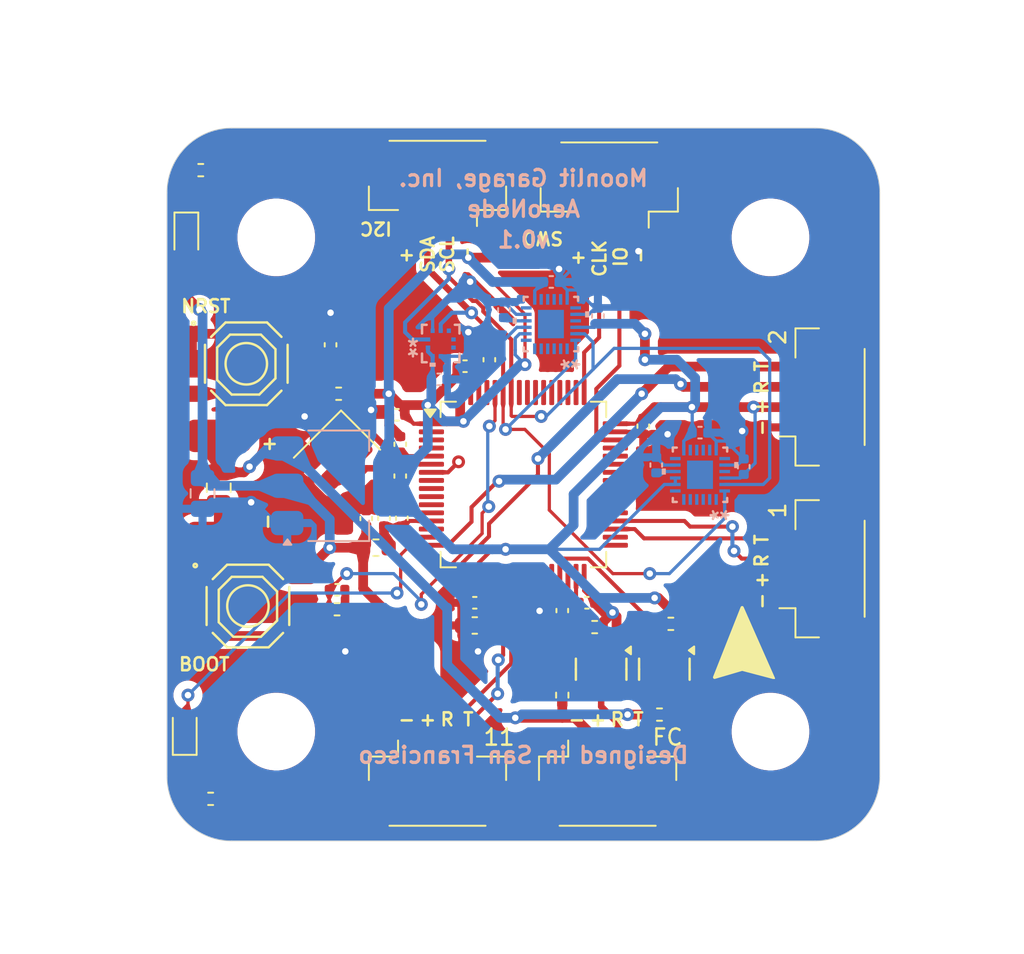
<source format=kicad_pcb>
(kicad_pcb (version 20241229) (generator "pcbnew") (generator_version "9.0")
  (layers (0 "F.Cu" signal) (4 "In1.Cu" signal) (6 "In2.Cu" signal) (2 "B.Cu" power) (13 "F.Paste" user) (15 "B.Paste" user) (5 "F.SilkS" user "F.Silkscreen") (7 "B.SilkS" user "B.Silkscreen") (1 "F.Mask" user) (3 "B.Mask" user) (25 "Edge.Cuts" user))
  (net 0 "")
  (net 1 "GND")
  (net 2 "/PWR_LED_K")
  (net 4 "+3V3")
  (net 7 "USART11_RX")
  (net 8 "USART1_RX")
  (net 9 "I2C1_SCL")
  (net 10 "NRST")
  (net 11 "BOOT0")
  (net 12 "USART2_TX")
  (net 13 "I2C1_SDA")
  (net 14 "USART1_TX")
  (net 15 "SWDIO")
  (net 16 "SWCLK")
  (net 17 "USART11_TX")
  (net 18 "USART2_RX")
  (net 19 "+5V")
  (net 20 "Net-(D2-K)")
  (net 21 "LED")
  (net 31 "+3.3VA")
  (net 32 "Net-(U2-PH0)")
  (net 33 "Net-(U2-PH1)")
  (net 34 "Net-(C8-Pad1)")
  (net 35 "Net-(C10-Pad1)")
  (net 78 "Net-(U5-REGOUT)")
  (net 88 "Net-(U4-REGOUT)")
  (net 89 "FC_TX_5")
  (net 90 "FC_RX_5")
  (net 91 "FC_RX")
  (net 92 "FC_TX")
  (footprint "Connector_Wire:SolderWirePad_1x01_SMD_2x4mm" (layer "F.Cu") (at 85.6 93.2 -90)
    (property "Reference" "J7")
    (property "Value" "Conn_01x01")
  )
  (footprint "PCM_JLCPCB:SW-SMD_4P-L5.1-W5.1-P3.70-LS6.5-TL-2" (layer "F.Cu") (at 87.3 88.75)
    (property "Reference" "S1" (hide yes))
    (property "Value" "Tactile Button, 160gf")
  )
  (footprint "Capacitor_SMD:C_0402_1005Metric" (layer "F.Cu") (at 92.5 87.58 90)
    (property "Reference" "C3")
    (property "Value" "100n")
  )
  (footprint "Resistor_SMD:R_0402_1005Metric" (layer "F.Cu") (at 92.9 103.9 180)
    (property "Reference" "R3")
    (property "Value" "10k")
  )
  (footprint "Capacitor_SMD:C_0402_1005Metric" (layer "F.Cu") (at 106.8 103.98 -90)
    (property "Reference" "C8")
    (property "Value" "2u2")
  )
  (footprint "PCM_JLCPCB:Q_SOT-23" (layer "F.Cu") (at 109.2 107.6 -90)
    (property "Reference" "Q1" (hide yes))
    (property "Value" "BSS138")
  )
  (footprint "Resistor_SMD:R_0402_1005Metric" (layer "F.Cu") (at 113.5 104.8 180)
    (property "Reference" "R8")
    (property "Value" "10k")
  )
  (footprint "Connector_JST:JST_GH_SM04B-GHS-TB_1x04-1MP_P1.25mm_Horizontal" (layer "F.Cu") (at 99.1 77.55 180)
    (property "Reference" "J6")
    (property "Value" "I2C1")
  )
  (footprint "Resistor_SMD:R_0402_1005Metric" (layer "F.Cu") (at 108.8 105 180)
    (property "Reference" "R6")
    (property "Value" "10k")
  )
  (footprint "MountingHole:MountingHole_4.3mm_M4" (layer "F.Cu") (at 89.15 111.45)
    (property "Reference" "H4")
    (property "Value" "M4")
  )
  (footprint "Capacitor_SMD:C_0402_1005Metric" (layer "F.Cu") (at 100.8 88.9)
    (property "Reference" "C12")
    (property "Value" "100n")
  )
  (footprint "MountingHole:MountingHole_4.3mm_M4" (layer "F.Cu") (at 119.65 80.95)
    (property "Reference" "H2")
    (property "Value" "M4")
  )
  (footprint "MountingHole:MountingHole_4.3mm_M4" (layer "F.Cu") (at 89.15 80.95)
    (property "Reference" "H1")
    (property "Value" "M4")
  )
  (footprint "Connector_JST:JST_GH_SM04B-GHS-TB_1x04-1MP_P1.25mm_Horizontal" (layer "F.Cu") (at 122.9 101.4 90)
    (property "Reference" "J2")
    (property "Value" "UART1")
  )
  (footprint "Inductor_SMD:L_0603_1608Metric" (layer "F.Cu") (at 95.3 100.1 180)
    (property "Reference" "FB1")
    (property "Value" "120R")
  )
  (footprint "Crystal:Crystal_SMD_3225-4Pin_3.2x2.5mm" (layer "F.Cu") (at 92.9 94.3 -135)
    (property "Reference" "Y1")
    (property "Value" "25MHz")
  )
  (footprint "MountingHole:MountingHole_4.3mm_M4" (layer "F.Cu") (at 119.65 111.45)
    (property "Reference" "H3")
    (property "Value" "M4")
  )
  (footprint "Resistor_SMD:R_0402_1005Metric" (layer "F.Cu") (at 93 90.6 180)
    (property "Reference" "R4")
    (property "Value" "10k")
  )
  (footprint "Resistor_SMD:R_0402_1005Metric" (layer "F.Cu") (at 85.1 115.6 180)
    (property "Reference" "R1")
    (property "Value" "1k5")
  )
  (footprint "Connector_JST:JST_GH_SM04B-GHS-TB_1x04-1MP_P1.25mm_Horizontal" (layer "F.Cu") (at 122.9 90.8 90)
    (property "Reference" "J4")
    (property "Value" "UART2")
  )
  (footprint "Resistor_SMD:R_0402_1005Metric" (layer "F.Cu") (at 106.8 109.2 90)
    (property "Reference" "R7")
    (property "Value" "10k")
  )
  (footprint "PCM_JLCPCB:Q_SOT-23" (layer "F.Cu") (at 113.1 107.6 -90)
    (property "Reference" "Q2" (hide yes))
    (property "Value" "BSS138")
  )
  (footprint "Capacitor_SMD:C_0402_1005Metric" (layer "F.Cu") (at 96.9 98.28 -90)
    (property "Reference" "C15")
    (property "Value" "1u")
  )
  (footprint "Capacitor_SMD:C_0402_1005Metric" (layer "F.Cu") (at 96.8 93.72 90)
    (property "Reference" "C5")
    (property "Value" "10p")
  )
  (footprint "Connector_JST:JST_GH_SM04B-GHS-TB_1x04-1MP_P1.25mm_Horizontal" (layer "F.Cu") (at 109.7 77.65 180)
    (property "Reference" "J5")
    (property "Value" "SWD")
  )
  (footprint "Capacitor_SMD:C_0402_1005Metric" (layer "F.Cu") (at 111.8 92.6 -90)
    (property "Reference" "C9")
    (property "Value" "100n")
  )
  (footprint "Capacitor_SMD:C_0603_1608Metric" (layer "F.Cu") (at 101.4 104.9 180)
    (property "Reference" "C7")
    (property "Value" "4u7")
  )
  (footprint "LED_SMD:LED_0603_1608Metric" (layer "F.Cu") (at 83.6 80.9 -90)
    (property "Reference" "D1")
    (property "Value" "RED")
  )
  (footprint "Capacitor_SMD:C_0402_1005Metric" (layer "F.Cu") (at 102.3 88.5 90)
    (property "Reference" "C10")
    (property "Value" "2u2")
  )
  (footprint "PCM_JLCPCB:SW-SMD_4P-L5.1-W5.1-P3.70-LS6.5-TL-2" (layer "F.Cu") (at 87.4 103.7)
    (property "Reference" "S2" (hide yes))
    (property "Value" "Tactile Button, 160gf")
  )
  (footprint "Resistor_SMD:R_0402_1005Metric" (layer "F.Cu") (at 112.8 110.4)
    (property "Reference" "R9")
    (property "Value" "10k")
  )
  (footprint "Resistor_SMD:R_0402_1005Metric" (layer "F.Cu") (at 84.49 76.8)
    (property "Reference" "R2")
    (property "Value" "1k5")
  )
  (footprint "Capacitor_SMD:C_0402_1005Metric" (layer "F.Cu") (at 96.6 91.9)
    (property "Reference" "C13")
    (property "Value" "100n")
  )
  (footprint "Package_QFP:LQFP-64_10x10mm_P0.5mm" (layer "F.Cu") (at 104.4 96.2)
    (property "Reference" "U2")
    (property "Value" "STM32H573RITx")
  )
  (footprint "Capacitor_SMD:C_0402_1005Metric" (layer "F.Cu") (at 92.9 102.7)
    (property "Reference" "C2")
    (property "Value" "100n")
  )
  (footprint "Capacitor_SMD:C_0402_1005Metric" (layer "F.Cu") (at 95.8 98.28 -90)
    (property "Reference" "C16")
    (property "Value" "100n")
  )
  (footprint "Capacitor_SMD:C_0805_2012Metric" (layer "F.Cu") (at 85.6 96.4 -90)
    (property "Reference" "C1")
    (property "Value" "22u")
  )
  (footprint "Connector_JST:JST_GH_SM04B-GHS-TB_1x04-1MP_P1.25mm_Horizontal" (layer "F.Cu") (at 109.6 114.7)
    (property "Reference" "J1")
    (property "Value" "FC")
  )
  (footprint "Connector_Wire:SolderWirePad_1x01_SMD_2x4mm" (layer "F.Cu") (at 85.6 99.5 -90)
    (property "Reference" "J8")
    (property "Value" "Conn_01x01")
  )
  (footprint "LED_SMD:LED_0603_1608Metric" (layer "F.Cu") (at 83.5 111.4 90)
    (property "Reference" "D2")
    (property "Value" "RED")
  )
  (footprint "Capacitor_SMD:C_0402_1005Metric" (layer "F.Cu") (at 96.8 95.68 -90)
    (property "Reference" "C6")
    (property "Value" "10p")
  )
  (footprint "Capacitor_SMD:C_0402_1005Metric" (layer "F.Cu") (at 94.7 98.3 -90)
    (property "Reference" "C17")
    (property "Value" "1u")
  )
  (footprint "Connector_JST:JST_GH_SM04B-GHS-TB_1x04-1MP_P1.25mm_Horizontal" (layer "F.Cu") (at 99.1 114.7)
    (property "Reference" "J3")
    (property "Value" "UART11")
  )
  (footprint "Capacitor_SMD:C_0402_1005Metric" (layer "F.Cu") (at 101.4 103.5 180)
    (property "Reference" "C14")
    (property "Value" "100n")
  )
  (footprint "Capacitor_SMD:C_0402_1005Metric" (layer "F.Cu") (at 108.32 103.5 180)
    (property "Reference" "C11")
    (property "Value" "100n")
  )
  (footprint "ICM20649:QFN24_3X3X0P9_IVS" (layer "B.Cu") (at 106.1 86.3 90)
    (property "Reference" "U5")
    (property "Value" "ICM-20649")
  )
  (footprint "ICM20649:QFN24_3X3X0P9_IVS" (layer "B.Cu") (at 115.3 95.6 90)
    (property "Reference" "U4")
    (property "Value" "ICM-20649")
  )
  (footprint "Capacitor_SMD:C_0402_1005Metric" (layer "B.Cu") (at 112.6 95 90)
    (property "Reference" "C20")
    (property "Value" "100n")
  )
  (footprint "Capacitor_SMD:C_0402_1005Metric" (layer "B.Cu") (at 106.124 83.7)
    (property "Reference" "C18")
    (property "Value" "100n")
  )
  (footprint "BMP390:10LGA_2X2X0p75_BOS" (layer "B.Cu") (at 99.3 87.5)
    (property "Reference" "U3")
    (property "Value" "BMP390")
  )
  (footprint "Capacitor_SMD:C_0402_1005Metric" (layer "B.Cu") (at 115.3 93)
    (property "Reference" "C21")
    (property "Value" "100n")
  )
  (footprint "Package_TO_SOT_SMD:SOT-223-3_TabPin2" (layer "B.Cu") (at 92.971751 96.278858)
    (property "Reference" "U1")
    (property "Value" "AMS1117-3.3")
  )
  (footprint "Capacitor_SMD:C_0402_1005Metric" (layer "B.Cu") (at 99.199999 89.7126)
    (property "Reference" "C19")
    (property "Value" "10u")
  )
  (footprint "Capacitor_SMD:C_0402_1005Metric" (layer "B.Cu") (at 103.2 85.42 90)
    (property "Reference" "C22")
    (property "Value" "100n")
  )
  (footprint "Capacitor_SMD:C_0402_1005Metric" (layer "B.Cu") (at 118 95.1 90)
    (property "Reference" "C24")
    (property "Value" "100n")
  )
  (footprint "Capacitor_SMD:C_0805_2012Metric" (layer "B.Cu") (at 84.6 96.75 -90)
    (property "Reference" "C4")
    (property "Value" "22u")
  )
  (footprint "Capacitor_SMD:C_0402_1005Metric" (layer "B.Cu") (at 109 85.8 90)
    (property "Reference" "C23")
    (property "Value" "100n")
  )
  (gr_poly (pts (xy 117.9 103.8) (xy 116.2 108.1) (xy 117.9 107.6) (xy 119.8 108.1)) (stroke (width 0.2)) (fill yes) (layer "F.SilkS"))
  (gr_arc (start 82.4 78.2) (mid 83.571573 75.371573) (end 86.4 74.2) (stroke (width 0.05)) (layer "Edge.Cuts"))
  (gr_line (start 82.4 78.2) (end 82.4 114.2) (stroke (width 0.05)) (layer "Edge.Cuts"))
  (gr_arc (start 86.4 118.2) (mid 83.571573 117.028427) (end 82.4 114.2) (stroke (width 0.05)) (layer "Edge.Cuts"))
  (gr_arc (start 126.4 114.2) (mid 125.228427 117.028427) (end 122.4 118.2) (stroke (width 0.05)) (layer "Edge.Cuts"))
  (gr_line (start 86.4 118.2) (end 122.4 118.2) (stroke (width 0.05)) (layer "Edge.Cuts"))
  (gr_arc (start 122.4 74.2) (mid 125.228427 75.371573) (end 126.4 78.2) (stroke (width 0.05)) (layer "Edge.Cuts"))
  (gr_line (start 86.4 74.2) (end 122.4 74.2) (stroke (width 0.05)) (layer "Edge.Cuts"))
  (gr_line (start 126.4 78.2) (end 126.4 114.2) (stroke (width 0.05)) (layer "Edge.Cuts"))
  (gr_text "T" (at 119.1 99.6 90) (layer "F.SilkS") (effects (font (size 0.8 0.8) (thickness 0.16) (bold yes))))
  (gr_text "SCL" (at 99.7 82 90) (layer "F.SilkS") (effects (font (size 0.8 0.8) (thickness 0.16) (bold yes))))
  (gr_text "-" (at 119.1 92.7 90) (layer "F.SilkS") (effects (font (size 0.8 0.8) (thickness 0.16) (bold yes))))
  (gr_text "FC" (at 113.3 111.8 0) (layer "F.SilkS") (effects (font (size 1 1))))
  (gr_text "T" (at 119.1 88.9 90) (layer "F.SilkS") (effects (font (size 0.8 0.8) (thickness 0.16) (bold yes))))
  (gr_text "+" (at 98.5 110.7 0) (layer "F.SilkS") (effects (font (size 0.8 0.8) (thickness 0.16) (bold yes))))
  (gr_text "R" (at 99.7 110.7 0) (layer "F.SilkS") (effects (font (size 0.8 0.8) (thickness 0.16) (bold yes))))
  (gr_text "T" (at 101 110.7 0) (layer "F.SilkS") (effects (font (size 0.8 0.8) (thickness 0.16) (bold yes))))
  (gr_text "+" (at 109 110.7 0) (layer "F.SilkS") (effects (font (size 0.8 0.8) (thickness 0.16) (bold yes))))
  (gr_text "+" (at 107.8 82.15 0) (layer "F.SilkS") (effects (font (size 0.8 0.8) (thickness 0.16) (bold yes))))
  (gr_text "-" (at 97.2 110.7 0) (layer "F.SilkS") (effects (font (size 0.8 0.8) (thickness 0.16) (bold yes))))
  (gr_text "NRST" (at 84.8 85.2 0) (layer "F.SilkS") (effects (font (size 0.8 0.8) (thickness 0.16) (bold yes))))
  (gr_text "-" (at 119.1 103.4 90) (layer "F.SilkS") (effects (font (size 0.8 0.8) (thickness 0.16) (bold yes))))
  (gr_text "SDA" (at 98.5 82 90) (layer "F.SilkS") (effects (font (size 0.8 0.8) (thickness 0.16) (bold yes))))
  (gr_text "R" (at 119.1 100.9 90) (layer "F.SilkS") (effects (font (size 0.8 0.8) (thickness 0.16) (bold yes))))
  (gr_text "-" (at 111.6 82.05 90) (layer "F.SilkS") (effects (font (size 0.8 0.8) (thickness 0.16) (bold yes))))
  (gr_text "I2C" (at 95.3 80.4 180) (layer "F.SilkS") (effects (font (size 0.8 0.8) (thickness 0.16) (bold yes))))
  (gr_text "-" (at 107.7 110.7 0) (layer "F.SilkS") (effects (font (size 0.8 0.8) (thickness 0.16) (bold yes))))
  (gr_text "R" (at 119.1 90.2 90) (layer "F.SilkS") (effects (font (size 0.8 0.8) (thickness 0.16) (bold yes))))
  (gr_text "11" (at 102.9 111.8 0) (layer "F.SilkS") (effects (font (size 1 1))))
  (gr_text "T" (at 111.5 110.7 0) (layer "F.SilkS") (effects (font (size 0.8 0.8) (thickness 0.16) (bold yes))))
  (gr_text "SWD" (at 105.6 81 180) (layer "F.SilkS") (effects (font (size 0.8 0.8) (thickness 0.16) (bold yes))))
  (gr_text "+" (at 119.1 91.4 90) (layer "F.SilkS") (effects (font (size 0.8 0.8) (thickness 0.16) (bold yes))))
  (gr_text "-" (at 100.9 82 90) (layer "F.SilkS") (effects (font (size 0.8 0.8) (thickness 0.16) (bold yes))))
  (gr_text "-" (at 88.7 98.5 270) (layer "F.SilkS") (effects (font (size 0.8 0.8) (thickness 0.16) (bold yes))))
  (gr_text "2" (at 120.1 87.1 90) (layer "F.SilkS") (effects (font (size 1 1))))
  (gr_text "BOOT" (at 84.7 107.3 0) (layer "F.SilkS") (effects (font (size 0.8 0.8) (thickness 0.16) (bold yes))))
  (gr_text "+" (at 88.8 93.7 270) (layer "F.SilkS") (effects (font (size 0.8 0.8) (thickness 0.16) (bold yes))))
  (gr_text "CLK" (at 109.1 82.25 90) (layer "F.SilkS") (effects (font (size 0.8 0.8) (thickness 0.16) (bold yes))))
  (gr_text "R" (at 110.2 110.7 0) (layer "F.SilkS") (effects (font (size 0.8 0.8) (thickness 0.16) (bold yes))))
  (gr_text "+" (at 97.2 82 0) (layer "F.SilkS") (effects (font (size 0.8 0.8) (thickness 0.16) (bold yes))))
  (gr_text "+" (at 119.1 102.1 90) (layer "F.SilkS") (effects (font (size 0.8 0.8) (thickness 0.16) (bold yes))))
  (gr_text "1" (at 120.1 97.8 90) (layer "F.SilkS") (effects (font (size 1 1))))
  (gr_text "IO" (at 110.4 82.15 90) (layer "F.SilkS") (effects (font (size 0.8 0.8) (thickness 0.16) (bold yes))))
  (gr_text "Designed in San Francisco" (at 104.4 112.9 0) (layer "B.SilkS") (effects (font (size 1 1) (thickness 0.2) (bold yes)) (justify mirror)))
  (gr_text "AeroNode" (at 104.4 79.2 0) (layer "B.SilkS") (effects (font (size 1 1) (thickness 0.2) (bold yes)) (justify mirror)))
  (gr_text "v0.1" (at 104.4 81.1 0) (layer "B.SilkS") (effects (font (size 1 1) (thickness 0.2) (bold yes)) (justify mirror)))
  (gr_text "Moonlit Garage, Inc." (at 104.4 77.3 0) (layer "B.SilkS") (effects (font (size 1 1) (thickness 0.2) (bold yes)) (justify mirror)))
  (segment (start 101.15 89.03) (end 101.28 88.9) (width 0.25) (layer "F.Cu") (net 1))
  (segment (start 85.61 115.6) (end 88.536948 115.6) (width 0.2) (layer "F.Cu") (net 1))
  (segment (start 95 91.599559) (end 92.84131 91.599559) (width 0.6) (layer "F.Cu") (net 1))
  (segment (start 113.3 93.1) (end 111.82 93.1) (width 0.2) (layer "F.Cu") (net 1))
  (segment (start 93.41 103.9) (end 93.41 106.5) (width 0.4) (layer "F.Cu") (net 1))
  (segment (start 101.28 88.9) (end 102.16 88.02) (width 0.25) (layer "F.Cu") (net 1))
  (segment (start 96.12 92.56) (end 96.12 91.9) (width 0.6) (layer "F.Cu") (net 1))
  (segment (start 100.975 79.4) (end 100.975 78.550001) (width 0.6) (layer "F.Cu") (net 1))
  (segment (start 94.7 97.82) (end 95.78 97.82) (width 0.4) (layer "F.Cu") (net 1))
  (segment (start 91.286948 112.85) (end 97.225 112.85) (width 0.2) (layer "F.Cu") (net 1))
  (segment (start 96.12 91.9) (end 95.819559 91.599559) (width 0.6) (layer "F.Cu") (net 1))
  (segment (start 95.819559 91.599559) (end 95 91.599559) (width 0.6) (layer "F.Cu") (net 1))
  (segment (start 96.8 97.7) (end 96.9 97.8) (width 0.4) (layer "F.Cu") (net 1))
  (segment (start 106.88 104.46) (end 107.84 103.5) (width 0.25) (layer "F.Cu") (net 1))
  (segment (start 88.536948 115.6) (end 91.286948 112.85) (width 0.2) (layer "F.Cu") (net 1))
  (segment (start 93.38 102.7) (end 93.38 103.87) (width 0.4) (layer "F.Cu") (net 1))
  (segment (start 92.84131 91.599559) (end 91.521142 92.919727) (width 0.6) (layer "F.Cu") (net 1))
  (segment (start 85.6 97.35) (end 85.6 99.5) (width 0.6) (layer "F.Cu") (net 1))
  (segment (start 85 76.8) (end 91.4 76.8) (width 0.6) (layer "F.Cu") (net 1))
  (segment (start 96.80119 78.049) (end 94.725095 80.125095) (width 0.6) (layer "F.Cu") (net 1))
  (segment (start 95.66 97.3) (end 87.6 97.3) (width 0.6) (layer "F.Cu") (net 1))
  (segment (start 111.575 81.725) (end 111.5 81.8) (width 0.6) (layer "F.Cu") (net 1))
  (segment (start 121.899999 103.275) (end 122.401 102.773999) (width 0.6) (layer "F.Cu") (net 1))
  (segment (start 97.725001 114.2) (end 97.225 113.699999) (width 0.6) (layer "F.Cu") (net 1))
  (segment (start 100.625 104.9) (end 100.625 103.795) (width 0.6) (layer "F.Cu") (net 1))
  (segment (start 106.375 114.2) (end 97.725001 114.2) (width 0.6) (layer "F.Cu") (net 1))
  (segment (start 91.521142 94.476777) (end 90.423223 94.476777) (width 0.6) (layer "F.Cu") (net 1))
  (segment (start 105.86 104.46) (end 105.4 104) (width 0.25) (layer "F.Cu") (net 1))
  (segment (start 97.05 97.95) (end 96.9 97.8) (width 0.25) (layer "F.Cu") (net 1))
  (segment (start 96.8 93.24) (end 96.12 92.56) (width 0.6) (layer "F.Cu") (net 1))
  (segment (start 91.4 76.8) (end 94.725095 80.125095) (width 0.6) (layer "F.Cu") (net 1))
  (segment (start 87.6 97.3) (end 85.65 97.3) (width 0.6) (layer "F.Cu") (net 1))
  (segment (start 102.16 88.02) (end 102.3 88.02) (width 0.25) (layer "F.Cu") (net 1))
  (segment (start 122.401 102.773999) (end 122.401 99.10119) (width 0.6) (layer "F.Cu") (net 1))
  (segment (start 91.855194 94.142725) (end 91.521142 94.476777) (width 0.4) (layer "F.Cu") (net 1))
  (segment (start 92.5 82.35019) (end 92.5 85.6) (width 0.6) (layer "F.Cu") (net 1))
  (segment (start 94.278858 94.123223) (end 94.259356 94.142725) (width 0.4) (layer "F.Cu") (net 1))
  (segment (start 122.401 99.10119) (end 121.05 97.75019) (width 0.6) (layer "F.Cu") (net 1))
  (segment (start 121.05 103.275) (end 121.899999 103.275) (width 0.6) (layer "F.Cu") (net 1))
  (segment (start 91.521142 92.919727) (end 91.521142 94.476777) (width 0.6) (layer "F.Cu") (net 1))
  (segment (start 96.8 96.16) (end 95.66 97.3) (width 0.6) (layer "F.Cu") (net 1))
  (segment (start 101.15 90.525) (end 101.15 89.03) (width 0.25) (layer "F.Cu") (net 1))
  (segment (start 100.975 78.550001) (end 100.473999 78.049) (width 0.6) (layer "F.Cu") (net 1))
  (segment (start 95.8 97.8) (end 96.9 97.8) (width 0.4) (layer "F.Cu") (net 1))
  (segment (start 85.65 97.3) (end 85.6 97.35) (width 0.6) (layer "F.Cu") (net 1))
  (segment (start 110.075 92.95) (end 111.67 92.95) (width 0.25) (layer "F.Cu") (net 1))
  (segment (start 111.575 79.5) (end 111.575 81.725) (width 0.6) (layer "F.Cu") (net 1))
  (segment (start 84 86.9) (end 90.6 86.9) (width 0.6) (layer "F.Cu") (net 1))
  (segment (start 97.225 113.699999) (end 97.225 112.85) (width 0.6) (layer "F.Cu") (net 1))
  (segment (start 107.84 103.5) (end 107.65 103.31) (width 0.25) (layer "F.Cu") (net 1))
  (segment (start 117.9 92.9) (end 118.125 92.675) (width 0.2) (layer "F.Cu") (net 1))
  (segment (start 100.473999 78.049) (end 96.80119 78.049) (width 0.6) (layer "F.Cu") (net 1))
  (segment (start 92.5 85.6) (end 92.5 87.1) (width 0.6) (layer "F.Cu") (net 1))
  (segment (start 100.625 105.525) (end 101.6 106.5) (width 0.6) (layer "F.Cu") (net 1))
  (segment (start 101.15 103.27) (end 100.92 103.5) (width 0.25) (layer "F.Cu") (net 1))
  (segment (start 118.125 92.675) (end 121.05 92.675) (width 0.2) (layer "F.Cu") (net 1))
  (segment (start 90.8 87.1) (end 90.6 86.9) (width 0.4) (layer "F.Cu") (net 1))
  (segment (start 107.65 103.31) (end 107.65 101.875) (width 0.25) (layer "F.Cu") (net 1))
  (segment (start 107.725 112.85) (end 106.375 114.2) (width 0.6) (layer "F.Cu") (net 1))
  (segment (start 111.67 92.95) (end 111.8 93.08) (width 0.25) (layer "F.Cu") (net 1))
  (segment (start 93.41 109.035) (end 97.225 112.85) (width 0.4) (layer "F.Cu") (net 1))
  (segment (start 93.38 103.87) (end 93.41 103.9) (width 0.4) (layer "F.Cu") (net 1))
  (segment (start 100.625 103.795) (end 100.92 103.5) (width 0.6) (layer "F.Cu") (net 1))
  (segment (start 106.8 104.46) (end 105.86 104.46) (width 0.25) (layer "F.Cu") (net 1))
  (segment (start 121.05 97.75019) (end 121.05 92.675) (width 0.6) (layer "F.Cu") (net 1))
  (segment (start 106.8 104.46) (end 106.88 104.46) (width 0.25) (layer "F.Cu") (net 1))
  (segment (start 94.725095 80.125095) (end 92.5 82.35019) (width 0.6) (layer "F.Cu") (net 1))
  (segment (start 92.5 87.1) (end 90.8 87.1) (width 0.4) (layer "F.Cu") (net 1))
  (segment (start 94.259356 94.142725) (end 91.855194 94.142725) (width 0.4) (layer "F.Cu") (net 1))
  (segment (start 111.82 93.1) (end 111.8 93.08) (width 0.2) (layer "F.Cu") (net 1))
  (segment (start 101.15 101.875) (end 101.15 103.27) (width 0.25) (layer "F.Cu") (net 1))
  (segment (start 95.78 97.82) (end 95.8 97.8) (width 0.4) (layer "F.Cu") (net 1))
  (segment (start 90.423223 94.476777) (end 87.6 97.3) (width 0.6) (layer "F.Cu") (net 1))
  (segment (start 100.625 104.9) (end 100.625 105.525) (width 0.6) (layer "F.Cu") (net 1))
  (segment (start 98.725 97.95) (end 97.05 97.95) (width 0.25) (layer "F.Cu") (net 1))
  (segment (start 93.41 106.5) (end 93.41 109.035) (width 0.4) (layer "F.Cu") (net 1))
  (via (at 101.112653 83.687347) (size 0.8) (drill 0.4) (layers "F.Cu" "B.Cu") (net 1))
  (via (at 93.41 106.5) (size 0.8) (drill 0.4) (layers "F.Cu" "B.Cu") (net 1))
  (via (at 101 86.8) (size 0.8) (drill 0.4) (layers "F.Cu" "B.Cu") (net 1))
  (via (at 111.5 81.8) (size 0.8) (drill 0.4) (layers "F.Cu" "B.Cu") (net 1))
  (via (at 95 91.599559) (size 0.8) (drill 0.4) (layers "F.Cu" "B.Cu") (net 1))
  (via (at 87.6 97.3) (size 0.8) (drill 0.4) (layers "F.Cu" "B.Cu") (net 1))
  (via (at 113.3 93.1) (size 0.8) (drill 0.4) (layers "F.Cu" "B.Cu") (net 1))
  (via (at 92.5 85.6) (size 0.8) (drill 0.4) (layers "F.Cu" "B.Cu") (net 1))
  (via (at 117.9 92.9) (size 0.8) (drill 0.4) (layers "F.Cu" "B.Cu") (net 1))
  (via (at 106.6 82.9) (size 0.8) (drill 0.4) (layers "F.Cu" "B.Cu") (net 1))
  (via (at 101.6 106.5) (size 0.8) (drill 0.4) (layers "F.Cu" "B.Cu") (net 1))
  (via (at 105.4 104) (size 0.8) (drill 0.4) (layers "F.Cu" "B.Cu") (net 1))
  (segment (start 99.679999 88.4074) (end 99.799999 88.2874) (width 0.25) (layer "B.Cu") (net 1))
  (segment (start 108.798 85.522) (end 109 85.32) (width 0.2) (layer "B.Cu") (net 1))
  (segment (start 113.080001 95.000001) (end 112.6 94.52) (width 0.2) (layer "B.Cu") (net 1))
  (segment (start 105.4 104) (end 104.1 104) (width 0.25) (layer "B.Cu") (net 1))
  (segment (start 101.3 87.1) (end 101 86.8) (width 0.2) (layer "B.Cu") (net 1))
  (segment (start 89.821751 98.578858) (end 88.878858 98.578858) (width 0.6) (layer "B.Cu") (net 1))
  (segment (start 118 93) (end 117.9 92.9) (width 0.2) (layer "B.Cu") (net 1))
  (segment (start 108.778 85.098) (end 109 85.32) (width 0.2) (layer "B.Cu") (net 1))
  (segment (start 85.2 97.3) (end 87.6 97.3) (width 0.6) (layer "B.Cu") (net 1))
  (segment (start 108.824 85.32) (end 108.622 85.522) (width 0.2) (layer "B.Cu") (net 1))
  (segment (start 102.2126 88.2874) (end 101.3 88.2874) (width 0.2) (layer "B.Cu") (net 1))
  (segment (start 102.365306 84.94) (end 101.112653 83.687347) (width 0.2) (layer "B.Cu") (net 1))
  (segment (start 104.576 85.700001) (end 103.960001 85.700001) (width 0.2) (layer "B.Cu") (net 1))
  (segment (start 104.576 86.5) (end 104 86.5) (width 0.2) (layer "B.Cu") (net 1))
  (segment (start 107.100001 84.196001) (end 106.604 83.7) (width 0.2) (layer "B.Cu") (net 1))
  (segment (start 101.3 87.244) (end 101.3 88.2874) (width 0.2) (layer "B.Cu") (net 1))
  (segment (start 106.604 83.7) (end 106.604 82.904) (width 0.2) (layer "B.Cu") (net 1))
  (segment (start 108.602 85.098) (end 108.778 85.098) (width 0.2) (layer "B.Cu") (net 1))
  (segment (start 98.800001 86.7126) (end 98.800001 85.899999) (width 0.2) (layer "B.Cu") (net 1))
  (segment (start 117.619999 95.000001) (end 118 94.62) (width 0.2) (layer "B.Cu") (net 1))
  (segment (start 98.800001 85.899999) (end 101.012653 83.687347) (width 0.2) (layer "B.Cu") (net 1))
  (segment (start 113.776 95.000001) (end 113.080001 95.000001) (width 0.2) (layer "B.Cu") (net 1))
  (segment (start 107.700001 84.196001) (end 107.100001 84.196001) (width 0.2) (layer "B.Cu") (net 1))
  (segment (start 84.8 97.7) (end 85.2 97.3) (width 0.6) (layer "B.Cu") (net 1))
  (segment (start 116.824 95.000001) (end 117.619999 95.000001) (width 0.2) (layer "B.Cu") (net 1))
  (segment (start 104.1 104) (end 101.6 106.5) (width 0.25) (layer "B.Cu") (net 1))
  (segment (start 103.2 84.94) (end 102.365306 84.94) (width 0.2) (layer "B.Cu") (net 1))
  (segment (start 118 94.62) (end 116.900001 93.520001) (width 0.2) (layer "B.Cu") (net 1))
  (segment (start 108.504 81.8) (end 111.5 81.8) (width 0.2) (layer "B.Cu") (net 1))
  (segment (start 106.604 83.7) (end 108.504 81.8) (width 0.2) (layer "B.Cu") (net 1))
  (segment (start 118 94.62) (end 118 93) (width 0.2) (layer "B.Cu") (net 1))
  (segment (start 84.6 97.7) (end 84.8 97.7) (width 0.6) (layer "B.Cu") (net 1))
  (segment (start 103.960001 85.700001) (end 103.2 84.94) (width 0.2) (layer "B.Cu") (net 1))
  (segment (start 108.824 85.32) (end 108.602 85.098) (width 0.2) (layer "B.Cu") (net 1))
  (segment (start 101.3 87.244) (end 101.3 87.1) (width 0.2) (layer "B.Cu") (net 1))
  (segment (start 108.602 85.098) (end 107.700001 84.196001) (width 0.2) (layer "B.Cu") (net 1))
  (segment (start 116.300001 93.520001) (end 115.78 93) (width 0.2) (layer "B.Cu") (net 1))
  (segment (start 108.443999 85.700001) (end 107.624 85.700001) (width 0.2) (layer "B.Cu") (net 1))
  (segment (start 99.3 88.2874) (end 99.799999 88.2874) (width 0.25) (layer "B.Cu") (net 1))
  (segment (start 99.679999 88.667399) (end 99.3 88.2874) (width 0.25) (layer "B.Cu") (net 1))
  (segment (start 101.012653 83.687347) (end 101.112653 83.687347) (width 0.2) (layer "B.Cu") (net 1))
  (segment (start 112.6 94.52) (end 112.6 93.8) (width 0.2) (layer "B.Cu") (net 1))
  (segment (start 101.5 84.074694) (end 101.112653 83.687347) (width 0.2) (layer "B.Cu") (net 1))
  (segment (start 108.622 85.522) (end 108.443999 85.700001) (width 0.2) (layer "B.Cu") (net 1))
  (segment (start 116.300001 94.076) (end 116.300001 93.520001) (width 0.2) (layer "B.Cu") (net 1))
  (segment (start 99.679999 89.7126) (end 99.679999 88.667399) (width 0.25) (layer "B.Cu") (net 1))
  (segment (start 88.878858 98.578858) (end 87.6 97.3) (width 0.6) (layer "B.Cu") (net 1))
  (segment (start 106.604 82.904) (end 106.6 82.9) (width 0.2) (layer "B.Cu") (net 1))
  (segment (start 108.622 85.522) (end 108.798 85.522) (width 0.2) (layer "B.Cu") (net 1))
  (segment (start 107.100001 84.776) (end 107.100001 84.196001) (width 0.2) (layer "B.Cu") (net 1))
  (segment (start 99.679999 89.7126) (end 99.679999 88.4074) (width 0.25) (layer "B.Cu") (net 1))
  (segment (start 112.6 93.8) (end 113.3 93.1) (width 0.2) (layer "B.Cu") (net 1))
  (segment (start 104 86.5) (end 102.2126 88.2874) (width 0.2) (layer "B.Cu") (net 1))
  (segment (start 101.3 88.2874) (end 99.799999 88.2874) (width 0.2) (layer "B.Cu") (net 1))
  (segment (start 116.900001 93.520001) (end 116.300001 93.520001) (width 0.2) (layer "B.Cu") (net 1))
  (segment (start 83.6 77.18) (end 83.98 76.8) (width 0.6) (layer "F.Cu") (net 2))
  (segment (start 83.6 80.1125) (end 83.6 77.18) (width 0.6) (layer "F.Cu") (net 2))
  (segment (start 111.9 86.9) (end 111.9 88.5) (width 0.6) (layer "F.Cu") (net 4))
  (segment (start 109.31 104.69) (end 109.9 104.1) (width 0.6) (layer "F.Cu") (net 4))
  (segment (start 108.8 103.4) (end 108.15 102.75) (width 0.25) (layer "F.Cu") (net 4))
  (segment (start 104.5 88.8) (end 104.5 85.7) (width 0.2) (layer "F.Cu") (net 4))
  (segment (start 108.8 103.5) (end 108.8 103.4) (width 0.25) (layer "F.Cu") (net 4))
  (segment (start 100.65 89.23) (end 100.32 88.9) (width 0.25) (layer "F.Cu") (net 4))
  (segment (start 107.825 80.275) (end 105.9 82.2) (width 0.6) (layer "F.Cu") (net 4))
  (segment (start 114.01 104.8) (end 114.01 104.480001) (width 0.6) (layer "F.Cu") (net 4))
  (segment (start 100.32 88.9) (end 100.32 89.48) (width 0.6) (layer "F.Cu") (net 4))
  (segment (start 112.495 91.425) (end 111.8 92.12) (width 0.6) (layer "F.Cu") (net 4))
  (segment (start 94.5125 100.1) (end 92.45 100.1) (width 0.6) (layer "F.Cu") (net 4))
  (segment (start 110.15 104.35) (end 110.15 106.66) (width 0.6) (layer "F.Cu") (net 4))
  (segment (start 96.344999 90.855001) (end 96.789998 91.3) (width 0.6) (layer "F.Cu") (net 4))
  (segment (start 117.8 91.425) (end 114.8 91.425) (width 0.6) (layer "F.Cu") (net 4))
  (segment (start 109.31 105) (end 109.31 104.69) (width 0.6) (layer "F.Cu") (net 4))
  (segment (start 114.01 104.480001) (end 112.729999 103.2) (width 0.6) (layer "F.Cu") (net 4))
  (segment (start 102.175 103.795) (end 101.88 103.5) (width 0.6) (layer "F.Cu") (net 4))
  (segment (start 118.6 91.425) (end 117.8 91.425) (width 0.2) (layer "F.Cu") (net 4))
  (segment (start 116.785 102.025) (end 121.05 102.025) (width 0.6) (layer "F.Cu") (net 4))
  (segment (start 105.9 82.2) (end 101 82.2) (width 0.6) (layer "F.Cu") (net 4))
  (segment (start 112.729999 103.2) (end 112.5 103.2) (width 0.6) (layer "F.Cu") (net 4))
  (segment (start 114.8 91.425) (end 112.495 91.425) (width 0.6) (layer "F.Cu") (net 4))
  (segment (start 109.4 104.1) (end 108.8 103.5) (width 0.6) (layer "F.Cu") (net 4))
  (segment (start 97.63 92.45) (end 97.08 91.9) (width 0.25) (layer "F.Cu") (net 4))
  (segment (start 107.825 79.5) (end 107.825 80.275) (width 0.6) (layer "F.Cu") (net 4))
  (segment (start 111.47 92.45) (end 111.8 92.12) (width 0.25) (layer "F.Cu") (net 4))
  (segment (start 100.7 92.3) (end 100.499 92.099) (width 0.6) (layer "F.Cu") (net 4))
  (segment (start 101.65 101.875) (end 101.65 101.030822) (width 0.25) (layer "F.Cu") (net 4))
  (segment (start 93.9 82.725) (end 93.9 88.9) (width 0.6) (layer "F.Cu") (net 4))
  (segment (start 101.65 103.27) (end 101.88 103.5) (width 0.25) (layer "F.Cu") (net 4))
  (segment (start 94.5125 102.612108) (end 94.5125 100.1) (width 0.6) (layer "F.Cu") (net 4))
  (segment (start 102.480822 100.2) (end 103.3 100.2) (width 0.25) (layer "F.Cu") (net 4))
  (segment (start 102.175 104.9) (end 102.175 103.795) (width 0.6) (layer "F.Cu") (net 4))
  (segment (start 98.475 106.574608) (end 94.5125 102.612108) (width 0.6) (layer "F.Cu") (net 4))
  (segment (start 100.499 92.099) (end 100.499 90.525) (width 0.6) (layer "F.Cu") (net 4))
  (segment (start 94.7 98.78) (end 94.7 99.9125) (width 0.6) (layer "F.Cu") (net 4))
  (segment (start 96.344999 90.855001) (end 97.08 91.590001) (width 0.6) (layer "F.Cu") (net 4))
  (segment (start 97.225 79.4) (end 93.9 82.725) (width 0.6) (layer "F.Cu") (net 4))
  (segment (start 98.475 112.85) (end 98.475 106.574608) (width 0.6) (layer "F.Cu") (net 4))
  (segment (start 100.32 89.48) (end 98.5 91.3) (width 0.6) (layer "F.Cu") (net 4))
  (segment (start 104.5 85.7) (end 101 82.2) (width 0.2) (layer "F.Cu") (net 4))
  (segment (start 121.05 91.425) (end 117.8 91.425) (width 0.6) (layer "F.Cu") (net 4))
  (segment (start 114.01 104.8) (end 116.785 102.025) (width 0.6) (layer "F.Cu") (net 4))
  (segment (start 84.1 101.85) (end 90.7 101.85) (width 0.6) (layer "F.Cu") (net 4))
  (segment (start 109.9 104.1) (end 109.4 104.1) (width 0.6) (layer "F.Cu") (net 4))
  (segment (start 101.65 101.875) (end 101.65 103.27) (width 0.25) (layer "F.Cu") (net 4))
  (segment (start 96.089999 90.6) (end 96.344999 90.855001) (width 0.6) (layer "F.Cu") (net 4))
  (segment (start 100.65 90.525) (end 100.65 89.23) (width 0.25) (layer "F.Cu") (net 4))
  (segment (start 93.51 89.29) (end 93.51 90.6) (width 0.6) (layer "F.Cu") (net 4))
  (segment (start 96.789998 91.3) (end 98.5 91.3) (width 0.6) (layer "F.Cu") (net 4))
  (segment (start 98.725 92.45) (end 97.63 92.45) (width 0.25) (layer "F.Cu") (net 4))
  (segment (start 83.6 84.6) (end 84.4 85.4) (width 0.6) (layer "F.Cu") (net 4))
  (segment (start 109.9 104.1) (end 110.15 104.35) (width 0.6) (layer "F.Cu") (net 4))
  (segment (start 99.665666 92.299) (end 98.725 92.299) (width 0.6) (layer "F.Cu") (net 4))
  (segment (start 99.666666 92.3) (end 99.665666 92.299) (width 0.6) (layer "F.Cu") (net 4))
  (segment (start 83.6 81.6875) (end 83.6 84.6) (width 0.6) (layer "F.Cu") (net 4))
  (segment (start 110.075 92.45) (end 111.47 92.45) (width 0.25) (layer "F.Cu") (net 4))
  (segment (start 92.45 100.1) (end 90.7 101.85) (width 0.6) (layer "F.Cu") (net 4))
  (segment (start 108.15 101.875) (end 108.15 102.75) (width 0.25) (layer "F.Cu") (net 4))
  (segment (start 100.7 92.3) (end 99.666666 92.3) (width 0.6) (layer "F.Cu") (net 4))
  (segment (start 114.05 106.66) (end 114.05 104.84) (width 0.6) (layer "F.Cu") (net 4))
  (segment (start 101.65 101.030822) (end 102.480822 100.2) (width 0.25) (layer "F.Cu") (net 4))
  (segment (start 94.7 99.9125) (end 94.5125 100.1) (width 0.6) (layer "F.Cu") (net 4))
  (segment (start 93.9 88.9) (end 93.51 89.29) (width 0.6) (layer "F.Cu") (net 4))
  (segment (start 97.08 91.590001) (end 97.08 91.9) (width 0.6) (layer "F.Cu") (net 4))
  (segment (start 93.51 90.6) (end 96.089999 90.6) (width 0.6) (layer "F.Cu") (net 4))
  (segment (start 114.05 104.84) (end 114.01 104.8) (width 0.6) (layer "F.Cu") (net 4))
  (via (at 84.4 85.4) (size 0.8) (drill 0.4) (layers "F.Cu" "B.Cu") (net 4))
  (via (at 114.8 91.425) (size 0.8) (drill 0.4) (layers "F.Cu" "B.Cu") (net 4))
  (via (at 112.5 103.2) (size 0.8) (drill 0.4) (layers "F.Cu" "B.Cu") (net 4))
  (via (at 101 82.2) (size 0.8) (drill 0.4) (layers "F.Cu" "B.Cu") (net 4))
  (via (at 98.5 91.3) (size 0.8) (drill 0.4) (layers "F.Cu" "B.Cu") (net 4))
  (via (at 111.9 86.9) (size 0.8) (drill 0.4) (layers "F.Cu" "B.Cu") (net 4))
  (via (at 92.45 100.1) (size 0.8) (drill 0.4) (layers "F.Cu" "B.Cu") (net 4))
  (via (at 111.9 88.5) (size 0.8) (drill 0.4) (layers "F.Cu" "B.Cu") (net 4))
  (via (at 104.5 88.8) (size 0.8) (drill 0.4) (layers "F.Cu" "B.Cu") (net 4))
  (via (at 96.089999 90.6) (size 0.8) (drill 0.4) (layers "F.Cu" "B.Cu") (net 4))
  (via (at 109.9 104.1) (size 0.8) (drill 0.4) (layers "F.Cu" "B.Cu") (net 4))
  (via (at 118.6 91.425) (size 0.8) (drill 0.4) (layers "F.Cu" "B.Cu") (net 4))
  (via (at 103.3 100.2) (size 0.8) (drill 0.4) (layers "F.Cu" "B.Cu") (net 4))
  (via (at 100.7 92.3) (size 0.8) (drill 0.4) (layers "F.Cu" "B.Cu") (net 4))
  (segment (start 96.121751 90.631752) (end 96.089999 90.6) (width 0.6) (layer "B.Cu") (net 4))
  (segment (start 99.426793 81.999) (end 96.089999 85.335794) (width 0.6) (layer "B.Cu") (net 4))
  (segment (start 105.099999 84.776) (end 105.099999 84.244001) (width 0.2) (layer "B.Cu") (net 4))
  (segment (start 118.7 94.88) (end 118 95.58) (width 0.2) (layer "B.Cu") (net 4))
  (segment (start 114.82 93) (end 114.82 91.445) (width 0.2) (layer "B.Cu") (net 4))
  (segment (start 98.5 91.3) (end 98.5 93.900609) (width 0.6) (layer "B.Cu") (net 4))
  (segment (start 113.776 96.199999) (end 113.100001 96.199999) (width 0.2) (layer "B.Cu") (net 4))
  (segment (start 98.5 93.900609) (end 96.121751 96.278858) (width 0.6) (layer "B.Cu") (net 4))
  (segment (start 106 100.2) (end 107.5 98.7) (width 0.6) (layer "B.Cu") (net 4))
  (segment (start 112.875 91.425) (end 114.8 91.425) (width 0.6) (layer "B.Cu") (net 4))
  (segment (start 84.4 85.4) (end 84.6 85.6) (width 0.6) (layer "B.Cu") (net 4))
  (segment (start 100.799 81.999) (end 99.426793 81.999) (width 0.6) (layer "B.Cu") (net 4))
  (segment (start 98.719999 91.080001) (end 98.5 91.3) (width 0.6) (layer "B.Cu") (net 4))
  (segment (start 115.001 91.224) (end 114.8 91.425) (width 0.6) (layer "B.Cu") (net 4))
  (segment (start 113.100001 96.199999) (end 109.1 100.2) (width 0.2) (layer "B.Cu") (net 4))
  (segment (start 104.2 88.8) (end 100.7 92.3) (width 0.6) (layer "B.Cu") (net 4))
  (segment (start 118.6 91.425) (end 118.9 91.425) (width 0.2) (layer "B.Cu") (net 4))
  (segment (start 114.299999 93.520001) (end 114.82 93) (width 0.2) (layer "B.Cu") (net 4))
  (segment (start 89.821751 96.278858) (end 90.378858 96.278858) (width 0.6) (layer "B.Cu") (net 4))
  (segment (start 99.5 92.3) (end 98.5 91.3) (width 0.6) (layer "B.Cu") (net 4))
  (segment (start 114.299999 94.076) (end 114.299999 93.520001) (width 0.2) (layer "B.Cu") (net 4))
  (segment (start 111.9 88.5) (end 113.874207 88.5) (width 0.6) (layer "B.Cu") (net 4))
  (segment (start 113.776 95.8) (end 113.776 96.199999) (width 0.2) (layer "B.Cu") (net 4))
  (segment (start 107.624 86.5) (end 108.78 86.5) (width 0.2) (layer "B.Cu") (net 4))
  (segment (start 118.7 91.625) (end 118.7 94.88) (width 0.2) (layer "B.Cu") (net 4))
  (segment (start 98.800001 89.632598) (end 98.719999 89.7126) (width 0.25) (layer "B.Cu") (net 4))
  (segment (start 109 103.2) (end 106 100.2) (width 0.6) (layer "B.Cu") (net 4))
  (segment (start 105.099999 84.244001) (end 105.644 83.7) (width 0.2) (layer "B.Cu") (net 4))
  (segment (start 90.378858 96.278858) (end 92.45 98.35) (width 0.6) (layer "B.Cu") (net 4))
  (segment (start 103.9 88.2) (end 104.5 88.8) (width 0.2) (layer "B.Cu") (net 4))
  (segment (start 118 95.58) (end 118.101 95.681) (width 0.2) (layer "B.Cu") (net 4))
  (segment (start 102.5 83.7) (end 105.644 83.7) (width 0.6) (layer "B.Cu") (net 4))
  (segment (start 106 100.2) (end 102.480822 100.2) (width 0.6) (layer "B.Cu") (net 4))
  (segment (start 108.78 86.5) (end 109 86.28) (width 0.2) (layer "B.Cu") (net 4))
  (segment (start 92.45 98.35) (end 92.45 100.1) (width 0.6) (layer "B.Cu") (net 4))
  (segment (start 108.824 86.28) (end 111.28 86.28) (width 0.6) (layer "B.Cu") (net 4))
  (segment (start 100.042893 100.2) (end 96.121751 96.278858) (width 0.6) (layer "B.Cu") (net 4))
  (segment (start 98.5126 87.75) (end 98.5126 87.999999) (width 0.25) (layer "B.Cu") (net 4))
  (segment (start 103.9 87.1671) (end 103.9 87.9) (width 0.2) (layer "B.Cu") (net 4))
  (segment (start 98.5126 87.999999) (end 98.800001 88.2874) (width 0.25) (layer "B.Cu") (net 4))
  (segment (start 102.480822 100.2) (end 100.042893 100.2) (width 0.6) (layer "B.Cu") (net 4))
  (segment (start 114.82 91.445) (end 114.8 91.425) (width 0.2) (layer "B.Cu") (net 4))
  (segment (start 109.9 104.1) (end 109 103.2) (width 0.6) (layer "B.Cu") (net 4))
  (segment (start 96.089999 85.335794) (end 96.089999 90.6) (width 0.6) (layer "B.Cu") (net 4))
  (segment (start 104.576 86.899999) (end 104.167101 86.899999) (width 0.2) (layer "B.Cu") (net 4))
  (segment (start 117.78 95.8) (end 118 95.58) (width 0.2) (layer "B.Cu") (net 4))
  (segment (start 113.874207 88.5) (end 115.001 89.626793) (width 0.6) (layer "B.Cu") (net 4))
  (segment (start 109.1 100.2) (end 106 100.2) (width 0.2) (layer "B.Cu") (net 4))
  (segment (start 103.9 87.9) (end 103.9 88.2) (width 0.2) (layer "B.Cu") (net 4))
  (segment (start 96.121751 96.278858) (end 96.121751 90.631752) (width 0.6) (layer "B.Cu") (net 4))
  (segment (start 104.167101 86.899999) (end 103.9 87.1671) (width 0.2) (layer "B.Cu") (net 4))
  (segment (start 107.5 96.8) (end 112.875 91.425) (width 0.6) (layer "B.Cu") (net 4))
  (segment (start 101 82.2) (end 100.799 81.999) (width 0.6) (layer "B.Cu") (net 4))
  (segment (start 85.078858 96.278858) (end 84.6 95.8) (width 0.6) (layer "B.Cu") (net 4))
  (segment (start 101 82.2) (end 102.5 83.7) (width 0.6) (layer "B.Cu") (net 4))
  (segment (start 111.28 86.28) (end 111.9 86.9) (width 0.6) (layer "B.Cu") (net 4))
  (segment (start 107.5 98.7) (end 107.5 96.8) (width 0.6) (layer "B.Cu") (net 4))
  (segment (start 115.001 89.626793) (end 115.001 91.224) (width 0.6) (layer "B.Cu") (net 4))
  (segment (start 104.5 88.8) (end 104.2 88.8) (width 0.6) (layer "B.Cu") (net 4))
  (segment (start 112.5 103.2) (end 109 103.2) (width 0.6) (layer "B.Cu") (net 4))
  (segment (start 84.6 85.6) (end 84.6 95.8) (width 0.6) (layer "B.Cu") (net 4))
  (segment (start 116.824 95.8) (end 117.78 95.8) (width 0.2) (layer "B.Cu") (net 4))
  (segment (start 118.9 91.425) (end 118.7 91.625) (width 0.2) (layer "B.Cu") (net 4))
  (segment (start 89.821751 96.278858) (end 85.078858 96.278858) (width 0.6) (layer "B.Cu") (net 4))
  (segment (start 100.7 92.3) (end 99.5 92.3) (width 0.6) (layer "B.Cu") (net 4))
  (segment (start 98.719999 89.7126) (end 98.719999 91.080001) (width 0.6) (layer "B.Cu") (net 4))
  (segment (start 98.800001 88.2874) (end 98.800001 89.632598) (width 0.25) (layer "B.Cu") (net 4))
  (segment (start 103.65 107.25) (end 99.725 111.175) (width 0.25) (layer "F.Cu") (net 7))
  (segment (start 103.65 101.875) (end 103.65 107.25) (width 0.25) (layer "F.Cu") (net 7))
  (segment (start 99.725 111.175) (end 99.725 112.85) (width 0.25) (layer "F.Cu") (net 7))
  (segment (start 114.339948 98.45) (end 110.075 98.45) (width 0.25) (layer "F.Cu") (net 8))
  (segment (start 121.05 100.775) (end 117.875 100.775) (width 0.25) (layer "F.Cu") (net 8))
  (segment (start 117.3 98.8) (end 114.689948 98.8) (width 0.25) (layer "F.Cu") (net 8))
  (segment (start 117.875 100.775) (end 117.4 100.3) (width 0.25) (layer "F.Cu") (net 8))
  (segment (start 114.689948 98.8) (end 114.339948 98.45) (width 0.25) (layer "F.Cu") (net 8))
  (via (at 117.3 98.8) (size 0.8) (drill 0.4) (layers "F.Cu" "B.Cu") (net 8))
  (via (at 117.4 100.3) (size 0.8) (drill 0.4) (layers "F.Cu" "B.Cu") (net 8))
  (segment (start 117.4 100.3) (end 117.3 100.2) (width 0.25) (layer "B.Cu") (net 8))
  (segment (start 117.3 100.2) (end 117.3 98.8) (width 0.25) (layer "B.Cu") (net 8))
  (segment (start 99.8 82.9) (end 99.8 79.475) (width 0.4) (layer "F.Cu") (net 9))
  (segment (start 103.65 91.95) (end 103.65 90.525) (width 0.2) (layer "F.Cu") (net 9))
  (segment (start 105.5 92) (end 103.7 92) (width 0.2) (layer "F.Cu") (net 9))
  (segment (start 101.926 85.29928) (end 101.50072 84.874) (width 0.25) (layer "F.Cu") (net 9))
  (segment (start 101.50072 84.874) (end 101.274 84.874) (width 0.25) (layer "F.Cu") (net 9))
  (segment (start 99.8 83.4) (end 99.8 82.9) (width 0.25) (layer "F.Cu") (net 9))
  (segment (start 103.65 90.525) (end 103.65 87.25) (width 0.25) (layer "F.Cu") (net 9))
  (segment (start 101.274 84.874) (end 99.8 83.4) (width 0.25) (layer "F.Cu") (net 9))
  (segment (start 103.65 87.25) (end 101.926 85.526) (width 0.25) (layer "F.Cu") (net 9))
  (segment (start 103.7 92) (end 103.65 91.95) (width 0.2) (layer "F.Cu") (net 9))
  (segment (start 101.926 85.526) (end 101.926 85.29928) (width 0.25) (layer "F.Cu") (net 9))
  (segment (start 99.8 79.475) (end 99.725 79.4) (width 0.4) (layer "F.Cu") (net 9))
  (via (at 105.5 92) (size 0.8) (drill 0.4) (layers "F.Cu" "B.Cu") (net 9))
  (via (at 99.8 82.9) (size 0.8) (drill 0.4) (layers "F.Cu" "B.Cu") (net 9))
  (segment (start 97.3 87) (end 97.1 86.8) (width 0.25) (layer "B.Cu") (net 9))
  (segment (start 97.55 87.25) (end 97.3 87) (width 0.25) (layer "B.Cu") (net 9))
  (segment (start 119.6 88.5) (end 118.9 87.8) (width 0.2) (layer "B.Cu") (net 9))
  (segment (start 105.8 92) (end 108.7 89.1) (width 0.2) (layer "B.Cu") (net 9))
  (segment (start 119.200001 96.199999) (end 119.6 95.8) (width 0.2) (layer "B.Cu") (net 9))
  (segment (start 108.7 87.422201) (end 108.177798 86.899999) (width 0.2) (layer "B.Cu") (net 9))
  (segment (start 116.824 96.199999) (end 119.200001 96.199999) (width 0.2) (layer "B.Cu") (net 9))
  (segment (start 98.5126 87.25) (end 97.55 87.25) (width 0.25) (layer "B.Cu") (net 9))
  (segment (start 97.1 86.8) (end 97.1 86.2) (width 0.25) (layer "B.Cu") (net 9))
  (segment (start 119.6 95.8) (end 119.6 88.5) (width 0.2) (layer "B.Cu") (net 9))
  (segment (start 110 87.8) (end 108.7 89.1) (width 0.2) (layer "B.Cu") (net 9))
  (segment (start 105.5 92) (end 105.8 92) (width 0.2) (layer "B.Cu") (net 9))
  (segment (start 108.7 89.1) (end 108.7 87.422201) (width 0.2) (layer "B.Cu") (net 9))
  (segment (start 108.177798 86.899999) (end 107.624 86.899999) (width 0.2) (layer "B.Cu") (net 9))
  (segment (start 99.8 83.5) (end 99.8 82.9) (width 0.25) (layer "B.Cu") (net 9))
  (segment (start 97.1 86.2) (end 99.8 83.5) (width 0.25) (layer "B.Cu") (net 9))
  (segment (start 118.9 87.8) (end 110 87.8) (width 0.2) (layer "B.Cu") (net 9))
  (segment (start 100.4 94.8) (end 99.75 95.45) (width 0.25) (layer "F.Cu") (net 10))
  (segment (start 90.6 90.6) (end 92.49 90.6) (width 0.6) (layer "F.Cu") (net 10))
  (segment (start 92.49 88.07) (end 92.5 88.06) (width 0.4) (layer "F.Cu") (net 10))
  (segment (start 90.9 92) (end 90.9 90.9) (width 0.6) (layer "F.Cu") (net 10))
  (segment (start 90.9 90.9) (end 90.6 90.6) (width 0.6) (layer "F.Cu") (net 10))
  (segment (start 99.75 95.45) (end 98.725 95.45) (width 0.25) (layer "F.Cu") (net 10))
  (segment (start 92.49 90.6) (end 92.49 88.07) (width 0.4) (layer "F.Cu") (net 10))
  (segment (start 84 90.6) (end 90.6 90.6) (width 0.6) (layer "F.Cu") (net 10))
  (via micro (at 90.9 92) (size 0.8) (drill 0.4) (layers "F.Cu" "In1.Cu") (net 10))
  (via micro (at 100.4 94.8) (size 0.8) (drill 0.4) (layers "F.Cu" "In1.Cu") (net 10))
  (segment (start 84.1 105.55) (end 90.7 105.55) (width 0.6) (layer "F.Cu") (net 11))
  (segment (start 92.42 102.7) (end 92.42 103.87) (width 0.2) (layer "F.Cu") (net 11))
  (segment (start 102.262653 97.562653) (end 101.853368 97.971938) (width 0.2) (layer "F.Cu") (net 11))
  (segment (start 90.74 105.55) (end 92.39 103.9) (width 0.6) (layer "F.Cu") (net 11))
  (segment (start 102.65 92.25) (end 102.65 90.525) (width 0.2) (layer "F.Cu") (net 11))
  (segment (start 98.1 102.978368) (end 98.1 103.6) (width 0.2) (layer "F.Cu") (net 11))
  (segment (start 92.42 102.7) (end 93.42 101.7) (width 0.2) (layer "F.Cu") (net 11))
  (segment (start 90.7 105.55) (end 90.74 105.55) (width 0.6) (layer "F.Cu") (net 11))
  (segment (start 102.3 92.6) (end 102.65 92.25) (width 0.2) (layer "F.Cu") (net 11))
  (segment (start 92.42 103.87) (end 92.39 103.9) (width 0.2) (layer "F.Cu") (net 11))
  (segment (start 101.853368 99.225) (end 98.1 102.978368) (width 0.2) (layer "F.Cu") (net 11))
  (segment (start 93.42 101.7) (end 93.5 101.7) (width 0.2) (layer "F.Cu") (net 11))
  (segment (start 101.853368 97.971938) (end 101.853368 99.225) (width 0.2) (layer "F.Cu") (net 11))
  (via (at 98.1 103.6) (size 0.8) (drill 0.4) (layers "F.Cu" "B.Cu") (net 11))
  (via (at 102.3 92.6) (size 0.8) (drill 0.4) (layers "F.Cu" "B.Cu") (net 11))
  (via (at 102.262653 97.562653) (size 0.8) (drill 0.4) (layers "F.Cu" "B.Cu") (net 11))
  (via (at 93.5 101.7) (size 0.8) (drill 0.4) (layers "F.Cu" "B.Cu") (net 11))
  (segment (start 96.391364 101.7) (end 98.1 103.408636) (width 0.2) (layer "B.Cu") (net 11))
  (segment (start 98.1 103.408636) (end 98.1 103.6) (width 0.2) (layer "B.Cu") (net 11))
  (segment (start 93.5 101.7) (end 96.391364 101.7) (width 0.2) (layer "B.Cu") (net 11))
  (segment (start 102.2 97.5) (end 102.2 92.7) (width 0.2) (layer "B.Cu") (net 11))
  (segment (start 102.262653 97.562653) (end 102.2 97.5) (width 0.2) (layer "B.Cu") (net 11))
  (segment (start 102.2 92.7) (end 102.3 92.6) (width 0.2) (layer "B.Cu") (net 11))
  (segment (start 102.8 96) (end 101.2 97.6) (width 0.25) (layer "F.Cu") (net 12))
  (segment (start 101.2 98.5) (end 99.75 99.95) (width 0.25) (layer "F.Cu") (net 12))
  (segment (start 101.2 97.6) (end 101.2 98.5) (width 0.25) (layer "F.Cu") (net 12))
  (segment (start 102.9 96) (end 102.8 96) (width 0.25) (layer "F.Cu") (net 12))
  (segment (start 99.75 99.95) (end 98.725 99.95) (width 0.25) (layer "F.Cu") (net 12))
  (segment (start 121.05 88.925) (end 113.375 88.925) (width 0.6) (layer "F.Cu") (net 12))
  (segment (start 113.375 88.925) (end 111.7 90.6) (width 0.6) (layer "F.Cu") (net 12))
  (via (at 102.9 96) (size 0.8) (drill 0.4) (layers "F.Cu" "B.Cu") (net 12))
  (via (at 111.7 90.6) (size 0.8) (drill 0.4) (layers "F.Cu" "B.Cu") (net 12))
  (segment (start 102.9 96) (end 103 95.9) (width 0.6) (layer "B.Cu") (net 12))
  (segment (start 106.4 95.9) (end 111.7 90.6) (width 0.6) (layer "B.Cu") (net 12))
  (segment (start 103 95.9) (end 106.4 95.9) (width 0.6) (layer "B.Cu") (net 12))
  (segment (start 112.2 101.7) (end 109.921632 101.7) (width 0.2) (layer "F.Cu") (net 13))
  (segment (start 106.001 94.309636) (end 104.491364 92.8) (width 0.2) (layer "F.Cu") (net 13))
  (segment (start 98.475 79.4) (end 98.475 82.875) (width 0.4) (layer "F.Cu") (net 13))
  (segment (start 103.3 92.8) (end 103.15 92.65) (width 0.2) (layer "F.Cu") (net 13))
  (segment (start 103.15 92.65) (end 103.15 90.525) (width 0.2) (layer "F.Cu") (net 13))
  (segment (start 98.475 82.875) (end 101.2 85.6) (width 0.4) (layer "F.Cu") (net 13))
  (segment (start 109.921632 101.7) (end 106.001 97.779368) (width 0.2) (layer "F.Cu") (net 13))
  (segment (start 103.15 90.525) (end 103.15 87.55) (width 0.25) (layer "F.Cu") (net 13))
  (segment (start 103.15 87.55) (end 101.2 85.6) (width 0.25) (layer "F.Cu") (net 13))
  (segment (start 106.001 97.779368) (end 106.001 94.309636) (width 0.2) (layer "F.Cu") (net 13))
  (segment (start 104.491364 92.8) (end 103.3 92.8) (width 0.2) (layer "F.Cu") (net 13))
  (via (at 101.2 85.6) (size 0.8) (drill 0.4) (layers "F.Cu" "B.Cu") (net 13))
  (via (at 103.3 92.8) (size 0.8) (drill 0.4) (layers "F.Cu" "B.Cu") (net 13))
  (via (at 112.2 101.7) (size 0.8) (drill 0.4) (layers "F.Cu" "B.Cu") (net 13))
  (segment (start 116.824 98.284636) (end 113.408636 101.7) (width 0.2) (layer "B.Cu") (net 13))
  (segment (start 113.408636 101.7) (end 112.2 101.7) (width 0.2) (layer "B.Cu") (net 13))
  (segment (start 101.2 85.6) (end 99.993899 85.6) (width 0.25) (layer "B.Cu") (net 13))
  (segment (start 99.3 86.293899) (end 99.3 86.7126) (width 0.25) (layer "B.Cu") (net 13))
  (segment (start 116.824 96.600001) (end 116.824 98.284636) (width 0.2) (layer "B.Cu") (net 13))
  (segment (start 99.993899 85.6) (end 99.3 86.293899) (width 0.25) (layer "B.Cu") (net 13))
  (segment (start 107.624 87.300001) (end 107.624 88.476) (width 0.2) (layer "B.Cu") (net 13))
  (segment (start 107.624 88.476) (end 103.3 92.8) (width 0.2) (layer "B.Cu") (net 13))
  (segment (start 121.05 99.525) (end 111.844178 99.525) (width 0.25) (layer "F.Cu") (net 14))
  (segment (start 111.269178 98.95) (end 110.075 98.95) (width 0.25) (layer "F.Cu") (net 14))
  (segment (start 111.844178 99.525) (end 111.269178 98.95) (width 0.25) (layer "F.Cu") (net 14))
  (segment (start 108.9 93.119178) (end 109.230822 93.45) (width 0.25) (layer "F.Cu") (net 15))
  (segment (start 108.9 90.3) (end 108.9 93.119178) (width 0.25) (layer "F.Cu") (net 15))
  (segment (start 110.325 79.5) (end 110.325 88.875) (width 0.25) (layer "F.Cu") (net 15))
  (segment (start 109.230822 93.45) (end 110.075 93.45) (width 0.25) (layer "F.Cu") (net 15))
  (segment (start 110.325 88.875) (end 108.9 90.3) (width 0.25) (layer "F.Cu") (net 15))
  (segment (start 108.15 88.05) (end 108.15 90.525) (width 0.25) (layer "F.Cu") (net 16))
  (segment (start 109.075 87.125) (end 108.15 88.05) (width 0.25) (layer "F.Cu") (net 16))
  (segment (start 109.075 79.5) (end 109.075 87.125) (width 0.25) (layer "F.Cu") (net 16))
  (segment (start 102.849847 107.024847) (end 103.15 106.724694) (width 0.25) (layer "F.Cu") (net 17))
  (segment (start 103.15 106.724694) (end 103.15 101.875) (width 0.25) (layer "F.Cu") (net 17))
  (segment (start 100.975 110.950306) (end 102.812653 109.112653) (width 0.25) (layer "F.Cu") (net 17))
  (segment (start 100.975 112.85) (end 100.975 110.950306) (width 0.25) (layer "F.Cu") (net 17))
  (via (at 102.849847 107.024847) (size 0.8) (drill 0.4) (layers "F.Cu" "B.Cu") (net 17))
  (via (at 102.812653 109.112653) (size 0.8) (drill 0.4) (layers "F.Cu" "B.Cu") (net 17))
  (segment (start 102.812653 107.062041) (end 102.849847 107.024847) (width 0.25) (layer "B.Cu") (net 17))
  (segment (start 102.812653 109.112653) (end 102.812653 107.062041) (width 0.25) (layer "B.Cu") (net 17))
  (segment (start 114.275 90.175) (end 121.05 90.175) (width 0.6) (layer "F.Cu") (net 18))
  (segment (start 114.1 90) (end 114.275 90.175) (width 0.6) (layer "F.Cu") (net 18))
  (segment (start 100.65 101.030822) (end 102.279368 99.401454) (width 0.25) (layer "F.Cu") (net 18))
  (segment (start 102.279368 98.620632) (end 105.3 95.6) (width 0.25) (layer "F.Cu") (net 18))
  (segment (start 100.65 101.875) (end 100.65 101.030822) (width 0.25) (layer "F.Cu") (net 18))
  (segment (start 105.3 95.6) (end 105.3 94.6) (width 0.25) (layer "F.Cu") (net 18))
  (segment (start 102.279368 99.401454) (end 102.279368 98.620632) (width 0.25) (layer "F.Cu") (net 18))
  (via (at 105.3 94.6) (size 0.8) (drill 0.4) (layers "F.Cu" "B.Cu") (net 18))
  (via (at 114.1 90) (size 0.8) (drill 0.4) (layers "F.Cu" "B.Cu") (net 18))
  (segment (start 110.201 89.699) (end 113.799 89.699) (width 0.6) (layer "B.Cu") (net 18))
  (segment (start 105.3 94.6) (end 110.201 89.699) (width 0.6) (layer "B.Cu") (net 18))
  (segment (start 113.799 89.699) (end 114.1 90) (width 0.6) (layer "B.Cu") (net 18))
  (segment (start 106.8 110.6) (end 103.9 110.6) (width 0.6) (layer "F.Cu") (net 19))
  (segment (start 106.8 109.71) (end 106.8 110.6) (width 0.6) (layer "F.Cu") (net 19))
  (segment (start 107.574999 110.6) (end 106.8 110.6) (width 0.6) (layer "F.Cu") (net 19))
  (segment (start 108.975 112.85) (end 108.975 112.000001) (width 0.6) (layer "F.Cu") (net 19))
  (segment (start 85.6 95.45) (end 87.15 95.45) (width 0.6) (layer "F.Cu") (net 19))
  (segment (start 87.15 95.45) (end 87.5 95.1) (width 0.6) (layer "F.Cu") (net 19))
  (segment (start 85.6 95.45) (end 85.6 93.2) (width 0.6) (layer "F.Cu") (net 19))
  (segment (start 110.830205 110.4) (end 112.29 110.4) (width 0.6) (layer "F.Cu") (net 19))
  (segment (start 108.975 112.000001) (end 107.574999 110.6) (width 0.6) (layer "F.Cu") (net 19))
  (via (at 87.5 95.1) (size 0.8) (drill 0.4) (layers "F.Cu" "B.Cu") (net 19))
  (via (at 103.9 110.6) (size 0.8) (drill 0.4) (layers "F.Cu" "B.Cu") (net 19))
  (via (at 110.830205 110.4) (size 0.8) (drill 0.4) (layers "F.Cu" "B.Cu") (net 19))
  (segment (start 110.815789 110.385584) (end 110.830205 110.4) (width 0.6) (layer "B.Cu") (net 19))
  (segment (start 87.5 95.1) (end 88.621142 93.978858) (width 0.6) (layer "B.Cu") (net 19))
  (segment (start 103.9 110.6) (end 104.1 110.6) (width 0.6) (layer "B.Cu") (net 19))
  (segment (start 99.7 107.337104) (end 99.7 103.8) (width 0.6) (layer "B.Cu") (net 19))
  (segment (start 99.642893 103.8) (end 89.821751 93.978858) (width 0.6) (layer "B.Cu") (net 19))
  (segment (start 104.1 110.6) (end 104.314416 110.385584) (width 0.6) (layer "B.Cu") (net 19))
  (segment (start 104.314416 110.385584) (end 110.815789 110.385584) (width 0.6) (layer "B.Cu") (net 19))
  (segment (start 102.962896 110.6) (end 99.7 107.337104) (width 0.6) (layer "B.Cu") (net 19))
  (segment (start 88.621142 93.978858) (end 89.821751 93.978858) (width 0.6) (layer "B.Cu") (net 19))
  (segment (start 99.7 103.8) (end 99.642893 103.8) (width 0.6) (layer "B.Cu") (net 19))
  (segment (start 103.9 110.6) (end 102.962896 110.6) (width 0.6) (layer "B.Cu") (net 19))
  (segment (start 83.5 112.1875) (end 83.5 114.51) (width 0.2) (layer "F.Cu") (net 20))
  (segment (start 83.5 114.51) (end 84.59 115.6) (width 0.2) (layer "F.Cu") (net 20))
  (segment (start 96.826 100.540176) (end 96.826 102.674) (width 0.2) (layer "F.Cu") (net 21))
  (segment (start 96.826 102.674) (end 96.6 102.9) (width 0.2) (layer "F.Cu") (net 21))
  (segment (start 83.7 109.2) (end 83.7 110.4125) (width 0.2) (layer "F.Cu") (net 21))
  (segment (start 97.916176 99.45) (end 96.826 100.540176) (width 0.2) (layer "F.Cu") (net 21))
  (segment (start 98.725 99.45) (end 97.916176 99.45) (width 0.2) (layer "F.Cu") (net 21))
  (segment (start 83.7 110.4125) (end 83.5 110.6125) (width 0.2) (layer "F.Cu") (net 21))
  (via (at 96.6 102.9) (size 0.8) (drill 0.4) (layers "F.Cu" "B.Cu") (net 21))
  (via (at 83.7 109.2) (size 0.8) (drill 0.4) (layers "F.Cu" "B.Cu") (net 21))
  (segment (start 90 102.9) (end 83.7 109.2) (width 0.2) (layer "B.Cu") (net 21))
  (segment (start 96.6 102.9) (end 90 102.9) (width 0.2) (layer "B.Cu") (net 21))
  (segment (start 97.21 98.45) (end 98.725 98.45) (width 0.25) (layer "F.Cu") (net 31))
  (segment (start 96.9 98.76) (end 97.21 98.45) (width 0.25) (layer "F.Cu") (net 31))
  (segment (start 96.9 98.76) (end 95.8 98.76) (width 0.25) (layer "F.Cu") (net 31))
  (segment (start 95.8 99.8125) (end 96.0875 100.1) (width 0.6) (layer "F.Cu") (net 31))
  (segment (start 95.8 98.76) (end 95.8 99.8125) (width 0.6) (layer "F.Cu") (net 31))
  (segment (start 97.05 94.45) (end 96.8 94.2) (width 0.25) (layer "F.Cu") (net 32))
  (segment (start 96.8 94.2) (end 96.2 94.2) (width 0.4) (layer "F.Cu") (net 32))
  (segment (start 93.571752 92.426167) (end 93.076777 92.921142) (width 0.4) (layer "F.Cu") (net 32))
  (segment (start 94.426167 92.426167) (end 93.571752 92.426167) (width 0.4) (layer "F.Cu") (net 32))
  (segment (start 96.2 94.2) (end 94.426167 92.426167) (width 0.4) (layer "F.Cu") (net 32))
  (segment (start 98.725 94.45) (end 97.05 94.45) (width 0.25) (layer "F.Cu") (net 32))
  (segment (start 97.05 94.95) (end 96.8 95.2) (width 0.25) (layer "F.Cu") (net 33))
  (segment (start 94.221142 95.678858) (end 92.723223 95.678858) (width 0.4) (layer "F.Cu") (net 33))
  (segment (start 94.7 95.2) (end 94.221142 95.678858) (width 0.4) (layer "F.Cu") (net 33))
  (segment (start 96.8 95.2) (end 94.7 95.2) (width 0.4) (layer "F.Cu") (net 33))
  (segment (start 98.725 94.95) (end 97.05 94.95) (width 0.25) (layer "F.Cu") (net 33))
  (segment (start 107.15 103.15) (end 107.15 101.875) (width 0.25) (layer "F.Cu") (net 34))
  (segment (start 106.8 103.5) (end 107.15 103.15) (width 0.25) (layer "F.Cu") (net 34))
  (segment (start 101.65 89.63) (end 101.65 90.525) (width 0.25) (layer "F.Cu") (net 35))
  (segment (start 102.3 88.98) (end 101.65 89.63) (width 0.25) (layer "F.Cu") (net 35))
  (segment (start 104.576 86.1) (end 103.4 86.1) (width 0.2) (layer "B.Cu") (net 78))
  (segment (start 103.4 86.1) (end 103.2 85.9) (width 0.2) (layer "B.Cu") (net 78))
  (segment (start 112.68 95.4) (end 112.6 95.48) (width 0.2) (layer "B.Cu") (net 88))
  (segment (start 113.776 95.4) (end 112.68 95.4) (width 0.2) (layer "B.Cu") (net 88))
  (segment (start 111.475 112.85) (end 111.475 112.025) (width 0.6) (layer "F.Cu") (net 89))
  (segment (start 111.475 112.85) (end 113.31 111.015) (width 0.6) (layer "F.Cu") (net 89))
  (segment (start 113.31 109.71) (end 113.1 109.5) (width 0.6) (layer "F.Cu") (net 89))
  (segment (start 113.31 110.4) (end 113.31 109.71) (width 0.6) (layer "F.Cu") (net 89))
  (segment (start 113.31 111.015) (end 113.31 110.4) (width 0.6) (layer "F.Cu") (net 89))
  (segment (start 113.1 109.5) (end 113.1 108.54) (width 0.6) (layer "F.Cu") (net 89))
  (segment (start 109.05 108.69) (end 109.2 108.54) (width 0.6) (layer "F.Cu") (net 90))
  (segment (start 110.225 110.925) (end 109.2 109.9) (width 0.4) (layer "F.Cu") (net 90))
  (segment (start 106.8 108.69) (end 109.05 108.69) (width 0.6) (layer "F.Cu") (net 90))
  (segment (start 109.2 109.9) (end 109.2 108.54) (width 0.4) (layer "F.Cu") (net 90))
  (segment (start 110.225 112.85) (end 110.225 110.925) (width 0.4) (layer "F.Cu") (net 90))
  (segment (start 104.15 104.85) (end 104.15 101.875) (width 0.25) (layer "F.Cu") (net 91))
  (segment (start 108.25 106.66) (end 105.96 106.66) (width 0.25) (layer "F.Cu") (net 91))
  (segment (start 108.25 106.66) (end 108.25 105.04) (width 0.6) (layer "F.Cu") (net 91))
  (segment (start 108.25 105.04) (end 108.29 105) (width 0.6) (layer "F.Cu") (net 91))
  (segment (start 105.96 106.66) (end 104.15 104.85) (width 0.25) (layer "F.Cu") (net 91))
  (segment (start 108.393178 100.774) (end 112.15 104.530822) (width 0.25) (layer "F.Cu") (net 92))
  (segment (start 112.795 104.995) (end 112.614178 104.995) (width 0.6) (layer "F.Cu") (net 92))
  (segment (start 112.614178 104.995) (end 112.15 104.530822) (width 0.6) (layer "F.Cu") (net 92))
  (segment (start 106.906822 100.774) (end 108.393178 100.774) (width 0.25) (layer "F.Cu") (net 92))
  (segment (start 106.65 101.030822) (end 106.906822 100.774) (width 0.25) (layer "F.Cu") (net 92))
  (segment (start 106.65 101.875) (end 106.65 101.030822) (width 0.25) (layer "F.Cu") (net 92))
  (segment (start 112.15 104.530822) (end 112.15 106.66) (width 0.25) (layer "F.Cu") (net 92))
  (segment (start 112.15 105.64) (end 112.99 104.8) (width 0.6) (layer "F.Cu") (net 92))
  (segment (start 112.15 106.66) (end 112.15 105.64) (width 0.6) (layer "F.Cu") (net 92))
  (segment (start 112.99 104.8) (end 112.795 104.995) (width 0.6) (layer "F.Cu") (net 92))
  (zone (net 1) (net_name "GND") (layer "F.Cu") (connect_pads (clearance 0.5)) (min_thickness 0.25) (fill yes (thermal_gap 0.5) (thermal_bridge_width 0.5))
    (polygon (pts (xy 78.8 70.9) (xy 130.1 70.8) (xy 130.7 122.1) (xy 78 121.4)))
  )
  (zone (net 1) (net_name "GND") (layer "B.Cu") (priority 2) (connect_pads (clearance 0.5)) (min_thickness 0.25) (fill yes (thermal_gap 0.5) (thermal_bridge_width 0.5))
    (polygon (pts (xy 73.8 66.3) (xy 135.3 66.7) (xy 135.1 124.5) (xy 72.1 125.2) (xy 73.7 66.3)))
  )
)
</source>
